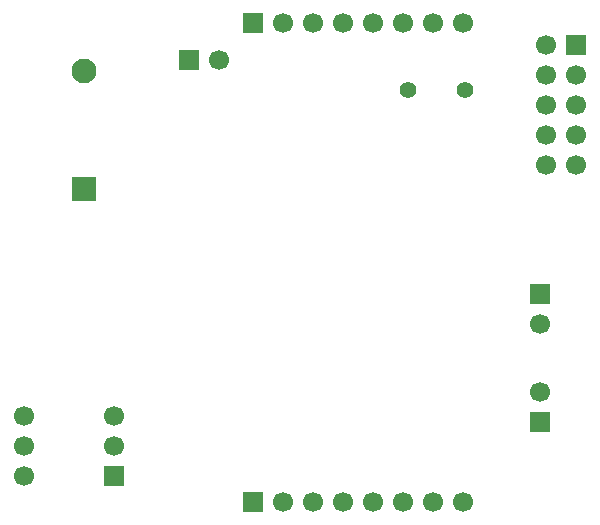
<source format=gbr>
G04 DipTrace 3.2.0.1*
G04 BottomMask.gbr*
%MOIN*%
G04 #@! TF.FileFunction,Soldermask,Bot*
G04 #@! TF.Part,Single*
%ADD50C,0.055874*%
%ADD67C,0.066929*%
%ADD69R,0.066929X0.066929*%
%ADD71C,0.082677*%
%ADD72R,0.082677X0.082677*%
%FSLAX26Y26*%
G04*
G70*
G90*
G75*
G01*
G04 BotMask*
%LPD*%
D72*
X724916Y1573451D3*
D71*
Y1967152D3*
D69*
X1287357Y529811D3*
D67*
X1387357D3*
X1487357D3*
X1587357D3*
X1687357D3*
X1787357D3*
X1887357D3*
X1987357D3*
D69*
X2362244Y2054651D3*
D67*
X2262244D3*
X2362244Y1954651D3*
X2262244D3*
X2362244Y1854651D3*
X2262244D3*
X2362244Y1754651D3*
X2262244D3*
X2362244Y1654651D3*
X2262244D3*
D69*
X2243507Y798533D3*
D67*
Y898533D3*
D69*
Y1223488D3*
D67*
Y1123488D3*
D69*
X1074879Y2004656D3*
D67*
X1174879D3*
D69*
X824906Y617302D3*
D67*
Y717302D3*
Y817302D3*
X524906D3*
Y717302D3*
Y617302D3*
D50*
X1993533Y1904667D3*
X1803533D3*
D69*
X1287357Y2129643D3*
D67*
X1387357D3*
X1487357D3*
X1587357D3*
X1687357D3*
X1787357D3*
X1887357D3*
X1987357D3*
M02*

</source>
